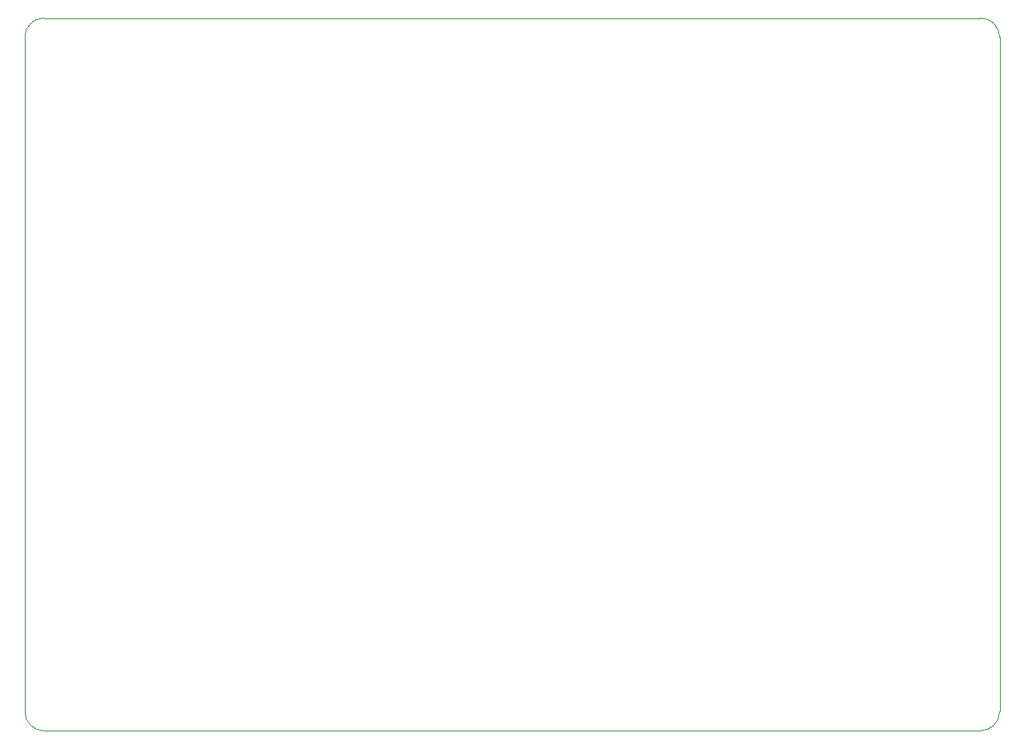
<source format=gbr>
%TF.GenerationSoftware,KiCad,Pcbnew,7.0.5*%
%TF.CreationDate,2024-08-13T10:45:48+03:00*%
%TF.ProjectId,Ateja_V4.1,4174656a-615f-4563-942e-312e6b696361,rev?*%
%TF.SameCoordinates,Original*%
%TF.FileFunction,Profile,NP*%
%FSLAX46Y46*%
G04 Gerber Fmt 4.6, Leading zero omitted, Abs format (unit mm)*
G04 Created by KiCad (PCBNEW 7.0.5) date 2024-08-13 10:45:48*
%MOMM*%
%LPD*%
G01*
G04 APERTURE LIST*
%TA.AperFunction,Profile*%
%ADD10C,0.100000*%
%TD*%
G04 APERTURE END LIST*
D10*
X17000000Y-13600000D02*
G75*
G03*
X15000000Y-15600000I0J-2000000D01*
G01*
X118000000Y-15600000D02*
X118000000Y-87000000D01*
X15000000Y-87000000D02*
X15000000Y-15600000D01*
X15000000Y-87000000D02*
G75*
G03*
X17000000Y-89000000I2000000J0D01*
G01*
X116000000Y-89000000D02*
X17000000Y-89000000D01*
X17000000Y-13600000D02*
X116000000Y-13600000D01*
X116000000Y-89000000D02*
G75*
G03*
X118000000Y-87000000I0J2000000D01*
G01*
X118000000Y-15600000D02*
G75*
G03*
X116000000Y-13600000I-2000000J0D01*
G01*
M02*

</source>
